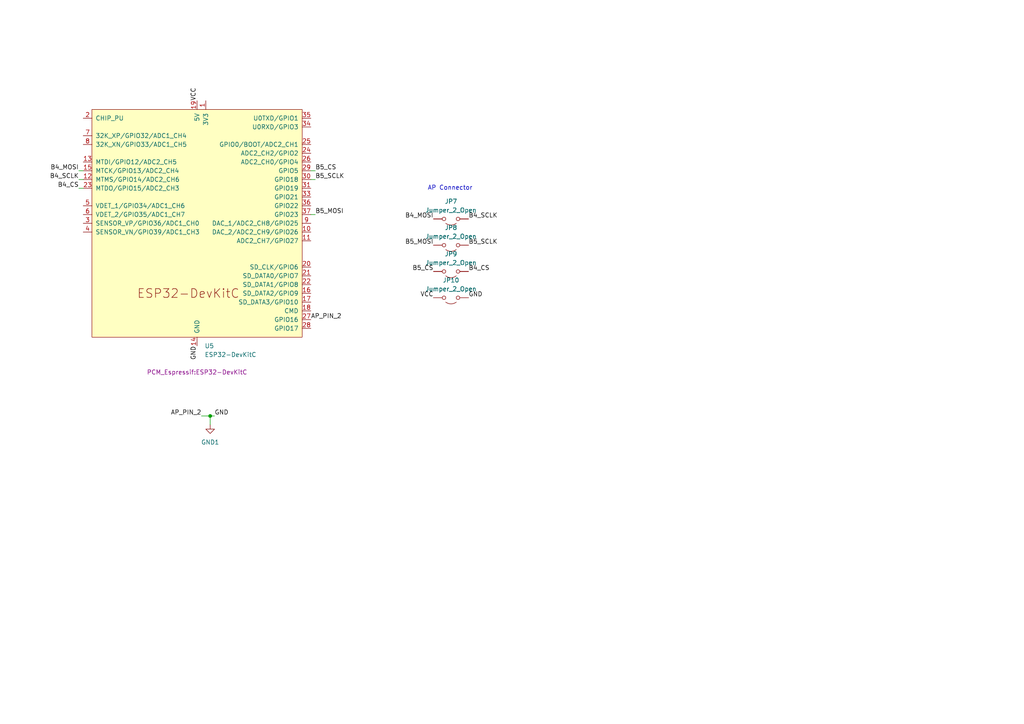
<source format=kicad_sch>
(kicad_sch (version 20231120) (generator "eeschema") (generator_version "8.0")
  (paper "A4")
  (lib_symbols
    (symbol "Jumper:Jumper_2_Open" (pin_numbers hide) (pin_names (offset 0) hide) (exclude_from_sim yes)
      (property "Reference" "JP" (at 0 2.794 0))
      (property "Value" "Jumper_2_Open" (at 0 -2.286 0))
      (symbol "Jumper_2_Open_0_0"
        (circle (center -2.032 0) (radius 0.508))
        (circle (center 2.032 0) (radius 0.508))
      )
      (symbol "Jumper_2_Open_0_1"
        (arc (start 1.524 1.27) (mid 0 1.778) (end -1.524 1.27))
      )
      (symbol "Jumper_2_Open_1_1"
        (pin passive line (at -5.08 0 0) (length 2.54) (name "A") (number "1"))
        (pin passive line (at 5.08 0 180) (length 2.54) (name "B") (number "2"))
      )
    )
    (symbol "PCM_Espressif:ESP32-DevKitC" (pin_names (offset 1.016))
      (property "Reference" "U" (at -30.48 38.1 0))
      (property "Value" "ESP32-DevKitC" (at -30.48 35.56 0))
      (symbol "ESP32-DevKitC_0_0"
        (text "ESP32-DevKitC" (at -2.54 -20.32 0) (effects (font (size 2.54 2.54))))
        (pin power_in line (at 0 -35.56 90) (length 2.54) (name "GND") (number "14"))
        (pin power_in line (at 0 35.56 270) (length 2.54) (name "5V") (number "19"))
      )
      (symbol "ESP32-DevKitC_0_1"
        (rectangle (start -30.48 33.02) (end 30.48 -33.02) (fill (type background)))
      )
      (symbol "ESP32-DevKitC_1_1"
        (pin power_in line (at 2.54 35.56 270) (length 2.54) (name "3V3") (number "1"))
        (pin bidirectional line (at 33.02 -2.54 180) (length 2.54) (name "DAC_2/ADC2_CH9/GPIO26") (number "10"))
        (pin bidirectional line (at 33.02 -5.08 180) (length 2.54) (name "ADC2_CH7/GPIO27") (number "11"))
        (pin bidirectional line (at -33.02 12.7 0) (length 2.54) (name "MTMS/GPIO14/ADC2_CH6") (number "12"))
        (pin bidirectional line (at -33.02 17.78 0) (length 2.54) (name "MTDI/GPIO12/ADC2_CH5") (number "13"))
        (pin bidirectional line (at -33.02 15.24 0) (length 2.54) (name "MTCK/GPIO13/ADC2_CH4") (number "15"))
        (pin bidirectional line (at 33.02 -20.32 180) (length 2.54) (name "SD_DATA2/GPIO9") (number "16"))
        (pin bidirectional line (at 33.02 -22.86 180) (length 2.54) (name "SD_DATA3/GPIO10") (number "17"))
        (pin bidirectional line (at 33.02 -25.4 180) (length 2.54) (name "CMD") (number "18"))
        (pin input line (at -33.02 30.48 0) (length 2.54) (name "CHIP_PU") (number "2"))
        (pin bidirectional line (at 33.02 -12.7 180) (length 2.54) (name "SD_CLK/GPIO6") (number "20"))
        (pin bidirectional line (at 33.02 -15.24 180) (length 2.54) (name "SD_DATA0/GPIO7") (number "21"))
        (pin bidirectional line (at 33.02 -17.78 180) (length 2.54) (name "SD_DATA1/GPIO8") (number "22"))
        (pin bidirectional line (at -33.02 10.16 0) (length 2.54) (name "MTDO/GPIO15/ADC2_CH3") (number "23"))
        (pin bidirectional line (at 33.02 20.32 180) (length 2.54) (name "ADC2_CH2/GPIO2") (number "24"))
        (pin bidirectional line (at 33.02 22.86 180) (length 2.54) (name "GPIO0/BOOT/ADC2_CH1") (number "25"))
        (pin bidirectional line (at 33.02 17.78 180) (length 2.54) (name "ADC2_CH0/GPIO4") (number "26"))
        (pin bidirectional line (at 33.02 -27.94 180) (length 2.54) (name "GPIO16") (number "27"))
        (pin bidirectional line (at 33.02 -30.48 180) (length 2.54) (name "GPIO17") (number "28"))
        (pin bidirectional line (at 33.02 15.24 180) (length 2.54) (name "GPIO5") (number "29"))
        (pin input line (at -33.02 0 0) (length 2.54) (name "SENSOR_VP/GPIO36/ADC1_CH0") (number "3"))
        (pin bidirectional line (at 33.02 12.7 180) (length 2.54) (name "GPIO18") (number "30"))
        (pin bidirectional line (at 33.02 10.16 180) (length 2.54) (name "GPIO19") (number "31"))
        (pin passive line (at 0 -35.56 90) (length 2.54) hide (name "GND") (number "32"))
        (pin bidirectional line (at 33.02 7.62 180) (length 2.54) (name "GPIO21") (number "33"))
        (pin bidirectional line (at 33.02 27.94 180) (length 2.54) (name "U0RXD/GPIO3") (number "34"))
        (pin bidirectional line (at 33.02 30.48 180) (length 2.54) (name "U0TXD/GPIO1") (number "35"))
        (pin bidirectional line (at 33.02 5.08 180) (length 2.54) (name "GPIO22") (number "36"))
        (pin bidirectional line (at 33.02 2.54 180) (length 2.54) (name "GPIO23") (number "37"))
        (pin passive line (at 0 -35.56 90) (length 2.54) hide (name "GND") (number "38"))
        (pin input line (at -33.02 -2.54 0) (length 2.54) (name "SENSOR_VN/GPIO39/ADC1_CH3") (number "4"))
        (pin input line (at -33.02 5.08 0) (length 2.54) (name "VDET_1/GPIO34/ADC1_CH6") (number "5"))
        (pin input line (at -33.02 2.54 0) (length 2.54) (name "VDET_2/GPIO35/ADC1_CH7") (number "6"))
        (pin bidirectional line (at -33.02 25.4 0) (length 2.54) (name "32K_XP/GPIO32/ADC1_CH4") (number "7"))
        (pin bidirectional line (at -33.02 22.86 0) (length 2.54) (name "32K_XN/GPIO33/ADC1_CH5") (number "8"))
        (pin bidirectional line (at 33.02 0 180) (length 2.54) (name "DAC_1/ADC2_CH8/GPIO25") (number "9"))
      )
    )
    (symbol "power:GND1" (power) (pin_numbers hide) (pin_names (offset 0) hide)
      (property "Value" "GND1" (at 0 -3.81 0))
      (symbol "GND1_0_1"
        (polyline (pts (xy 0 0) (xy 0 -1.27) (xy 1.27 -1.27) (xy 0 -2.54) (xy -1.27 -1.27) (xy 0 -1.27)))
      )
      (symbol "GND1_1_1"
        (pin power_in line (at 0 0 270) (length 0) (name "~") (number "1"))
      )
    )
  )
  (junction (at 60.96 120.65))
  (wire (pts (xy 58.42 120.65) (xy 60.96 120.65)))
  (wire (pts (xy 91.44 62.23) (xy 90.17 62.23)))
  (wire (pts (xy 91.44 52.07) (xy 90.17 52.07)))
  (wire (pts (xy 22.86 49.53) (xy 24.13 49.53)))
  (wire (pts (xy 22.86 54.61) (xy 24.13 54.61)))
  (wire (pts (xy 22.86 52.07) (xy 24.13 52.07)))
  (wire (pts (xy 91.44 49.53) (xy 90.17 49.53)))
  (wire (pts (xy 60.96 120.65) (xy 60.96 123.19)))
  (wire (pts (xy 60.96 120.65) (xy 62.23 120.65)))
  (text "AP Connector" (at 130.556 54.61 0) (effects (font (size 1.27 1.27))))
  (text "\n" (at 125.73 33.528 0) (effects (font (size 1.27 1.27))))
  (label "B4_MOSI" (at 125.73 63.5 180))
  (label "B5_SCLK" (at 91.44 52.07 0))
  (label "GND" (at 135.89 86.36 0))
  (label "B5_CS" (at 125.73 78.74 180))
  (label "B4_CS" (at 135.89 78.74 0))
  (label "B5_MOSI" (at 125.73 71.12 180))
  (label "AP_PIN_2" (at 58.42 120.65 180))
  (label "B5_CS" (at 91.44 49.53 0))
  (label "GND" (at 57.15 100.33 270))
  (label "B4_SCLK" (at 135.89 63.5 0))
  (label "VCC" (at 57.15 29.21 90))
  (label "B5_SCLK" (at 135.89 71.12 0))
  (label "B4_MOSI" (at 22.86 49.53 180))
  (label "B4_SCLK" (at 22.86 52.07 180))
  (label "AP_PIN_2" (at 90.17 92.71 0))
  (label "B4_CS" (at 22.86 54.61 180))
  (label "VCC" (at 125.73 86.36 180))
  (label "GND" (at 62.23 120.65 0))
  (label "B5_MOSI" (at 91.44 62.23 0))
  (symbol (lib_id "PCM_Espressif:ESP32-DevKitC") (at 57.15 64.77 0) (unit 1)
    (property "Reference" "U5" (at 59.3441 100.33 0) (effects (justify left)))
    (property "Value" "ESP32-DevKitC" (at 59.3441 102.87 0) (effects (justify left)))
    (property "Footprint" "PCM_Espressif:ESP32-DevKitC" (at 57.15 107.95 0))
    (property "Datasheet" "https://docs.espressif.com/projects/esp-idf/zh_CN/latest/esp32/hw-reference/esp32/get-started-devkitc.html" (effects (hide yes)))
    (property "Description" "Development Kit" (effects (hide yes)))
  )
  (symbol (lib_id "Jumper:Jumper_2_Open") (at 130.81 71.12 180) (unit 1) (exclude_from_sim yes)
    (property "Reference" "JP8" (at 130.81 66.04 0))
    (property "Value" "Jumper_2_Open" (at 130.81 68.58 0))
    (property "Footprint" "Connector_PinSocket_1.00mm:PinSocket_1x02_P1.00mm_Vertical" (effects (hide yes)))
    (property "Description" "Jumper, 2-pole, open" (effects (hide yes)))
  )
  (symbol (lib_id "power:GND1") (at 60.96 123.19 0) (unit 1)
    (property "Reference" "#PWR02" (effects (hide yes)))
    (property "Value" "GND1" (at 60.96 128.27 0))
    (property "Description" "Power symbol creates a global label with name \"GND1\" , ground" (effects (hide yes)))
  )
  (symbol (lib_id "Jumper:Jumper_2_Open") (at 130.81 86.36 180) (unit 1) (exclude_from_sim yes)
    (property "Reference" "JP10" (at 130.81 81.28 0))
    (property "Value" "Jumper_2_Open" (at 130.81 83.82 0))
    (property "Footprint" "Connector_PinSocket_1.00mm:PinSocket_1x02_P1.00mm_Vertical" (effects (hide yes)))
    (property "Description" "Jumper, 2-pole, open" (effects (hide yes)))
  )
  (symbol (lib_id "Jumper:Jumper_2_Open") (at 130.81 63.5 180) (unit 1) (exclude_from_sim yes)
    (property "Reference" "JP7" (at 130.81 58.42 0))
    (property "Value" "Jumper_2_Open" (at 130.81 60.96 0))
    (property "Footprint" "Connector_PinSocket_1.00mm:PinSocket_1x02_P1.00mm_Vertical" (effects (hide yes)))
    (property "Description" "Jumper, 2-pole, open" (effects (hide yes)))
  )
  (symbol (lib_id "Jumper:Jumper_2_Open") (at 130.81 78.74 180) (unit 1) (exclude_from_sim yes)
    (property "Reference" "JP9" (at 130.81 73.66 0))
    (property "Value" "Jumper_2_Open" (at 130.81 76.2 0))
    (property "Footprint" "Connector_PinSocket_1.00mm:PinSocket_1x02_P1.00mm_Vertical" (effects (hide yes)))
    (property "Description" "Jumper, 2-pole, open" (effects (hide yes)))
  )
)
</source>
